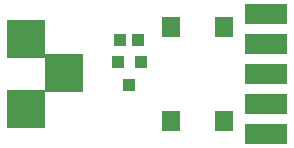
<source format=gbr>
G04 #@! TF.GenerationSoftware,KiCad,Pcbnew,(5.1.2)-1*
G04 #@! TF.CreationDate,2019-07-12T15:40:09+02:00*
G04 #@! TF.ProjectId,soldering_burning,736f6c64-6572-4696-9e67-5f6275726e69,101A*
G04 #@! TF.SameCoordinates,Original*
G04 #@! TF.FileFunction,Soldermask,Top*
G04 #@! TF.FilePolarity,Negative*
%FSLAX46Y46*%
G04 Gerber Fmt 4.6, Leading zero omitted, Abs format (unit mm)*
G04 Created by KiCad (PCBNEW (5.1.2)-1) date 2019-07-12 15:40:09*
%MOMM*%
%LPD*%
G04 APERTURE LIST*
%ADD10R,3.240000X3.240000*%
%ADD11R,1.540000X1.790000*%
%ADD12R,3.540000X1.740000*%
%ADD13R,1.040000X1.140000*%
%ADD14R,1.040000X0.990000*%
G04 APERTURE END LIST*
D10*
X105800000Y-93950000D03*
X102600000Y-96950000D03*
X102600000Y-91000000D03*
D11*
X119350000Y-98000000D03*
X114850000Y-98000000D03*
X119350000Y-90000000D03*
X114850000Y-90000000D03*
D12*
X122900000Y-99100000D03*
X122900000Y-96550000D03*
X122900000Y-94000000D03*
X122900000Y-91450000D03*
X122900000Y-88900000D03*
D13*
X112300000Y-92950000D03*
X110400000Y-92950000D03*
X111350000Y-94950000D03*
D14*
X112050000Y-91150000D03*
X110550000Y-91150000D03*
M02*

</source>
